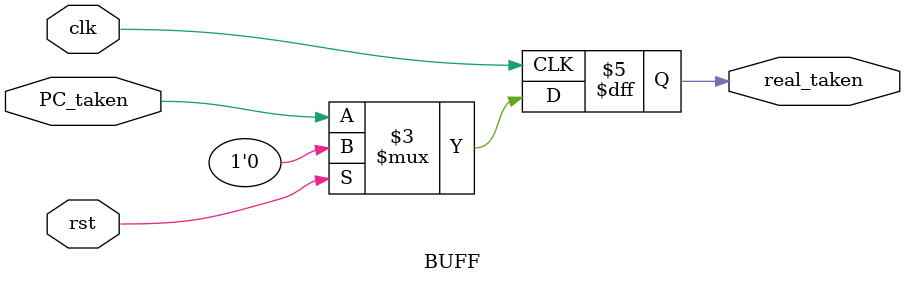
<source format=v>
`timescale 1ns / 1ps


module BUFF(     input clk,
input rst,                                          // 내보내줘야 한다. priority encodcr은 이 역할을 수행한다.
    input PC_taken,
    output reg real_taken // 64비트 Y 출력
    );
 always @(posedge clk) begin
        if (rst) begin
            // 由ъ뀑 ?떊?샇媛? ?솢?꽦?솕?릺硫? 珥덇린?솕
            real_taken <= 1'b0;
        end else begin
         real_taken <= PC_taken;
        end
    end
endmodule

</source>
